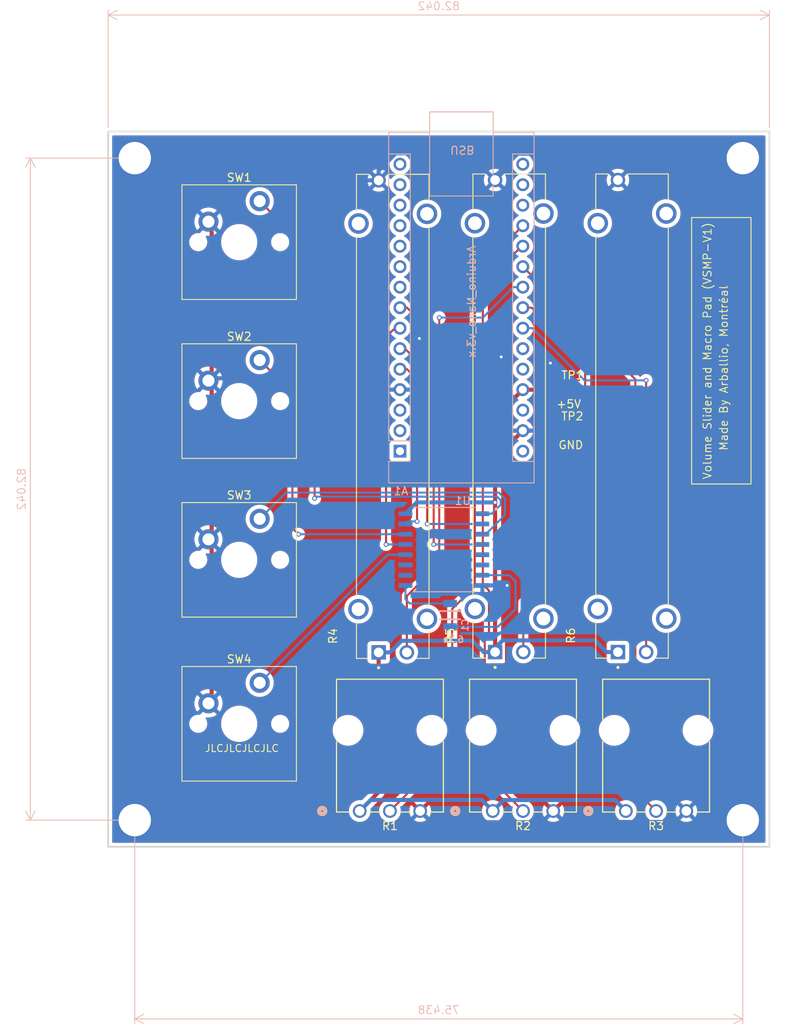
<source format=kicad_pcb>
(kicad_pcb (version 20241229) (generator "pcbnew") (generator_version "9.0")
  (layers (0 "F.Cu" signal) (2 "B.Cu" signal) (13 "F.Paste" user) (15 "B.Paste" user) (5 "F.SilkS" user "F.Silkscreen") (7 "B.SilkS" user "B.Silkscreen") (1 "F.Mask" user) (3 "B.Mask" user) (25 "Edge.Cuts" user))
  (net 0 "")
  (net 4 "Net-(A1-A0)")
  (net 6 "Net-(A1-A5)")
  (net 8 "GND")
  (net 11 "Net-(A1-D2)")
  (net 15 "Net-(A1-A3)")
  (net 17 "Net-(A1-D5)")
  (net 19 "+5V")
  (net 21 "Net-(A1-D3)")
  (net 22 "Net-(A1-D4)")
  (net 23 "Net-(A1-A4)")
  (net 25 "Net-(A1-A1)")
  (net 29 "Net-(A1-A2)")
  (net 30 "Net-(U1-AIN)")
  (net 31 "Net-(U1-BIN)")
  (net 32 "Net-(U1-CIN)")
  (net 33 "Net-(U1-DIN)")
  (net 38 "Net-(C1--)")
  (net 39 "Net-(C1-+)")
  (footprint "Switch_Keyboard_Cherry_MX:SW_Cherry_MX_PCB_1.00u" (layer "F.Cu") (at 91.44 76.85)
    (property "Reference" "SW2" (at 0 -8 0) (layer "F.SilkS"))
    (property "Value" "SW_Push")
    (fp_line (start -7.1 -7.1) (end -7.1 7.1) (stroke (width 0.12)) (layer "F.SilkS"))
    (fp_line (start -7.1 7.1) (end 7.1 7.1) (stroke (width 0.12)) (layer "F.SilkS"))
    (fp_line (start 7.1 -7.1) (end -7.1 -7.1) (stroke (width 0.12)) (layer "F.SilkS"))
    (fp_line (start 7.1 7.1) (end 7.1 -7.1) (stroke (width 0.12)) (layer "F.SilkS"))
    (pad "" np_thru_hole circle (at -5.08 0) (size 1.75 1.75) (drill 1.75) (layers "*.Cu" "*.Mask"))
    (pad "" np_thru_hole circle (at 0 0) (size 4 4) (drill 4) (layers "*.Cu" "*.Mask"))
    (pad "" np_thru_hole circle (at 5.08 0) (size 1.75 1.75) (drill 1.75) (layers "*.Cu" "*.Mask"))
    (pad "1" thru_hole circle (at -3.81 -2.54) (size 2.5 2.5) (drill 1.5) (layers "*.Cu" "*.Mask") (net 8 "GND"))
    (pad "2" thru_hole circle (at 2.54 -5.08) (size 2.5 2.5) (drill 1.5) (layers "*.Cu" "*.Mask") (net 31 "Net-(U1-BIN)"))
  )
  (footprint "4ms_TestPoint:TestPoint_Pad_06" (layer "F.Cu") (at 132.588 75.438)
    (property "Reference" "TP1" (at -1.27 -1.21 0) (layer "F.SilkS") (effects (justify left bottom)))
    (property "Value" "+5V" (at -0.254 1.778 0) (layer "F.SilkS"))
    (pad "1" smd rect (at 0 0) (size 1.524 1.27) (layers "F.Cu" "F.Mask" "F.Paste") (net 19 "+5V"))
  )
  (footprint "Switch_Keyboard_Cherry_MX:SW_Cherry_MX_PCB_1.00u" (layer "F.Cu") (at 91.44 57.15)
    (property "Reference" "SW1" (at 0 -8 0) (layer "F.SilkS"))
    (property "Value" "SW_Push")
    (fp_line (start -7.1 -7.1) (end -7.1 7.1) (stroke (width 0.12)) (layer "F.SilkS"))
    (fp_line (start -7.1 7.1) (end 7.1 7.1) (stroke (width 0.12)) (layer "F.SilkS"))
    (fp_line (start 7.1 -7.1) (end -7.1 -7.1) (stroke (width 0.12)) (layer "F.SilkS"))
    (fp_line (start 7.1 7.1) (end 7.1 -7.1) (stroke (width 0.12)) (layer "F.SilkS"))
    (pad "" np_thru_hole circle (at -5.08 0) (size 1.75 1.75) (drill 1.75) (layers "*.Cu" "*.Mask"))
    (pad "" np_thru_hole circle (at 0 0) (size 4 4) (drill 4) (layers "*.Cu" "*.Mask"))
    (pad "" np_thru_hole circle (at 5.08 0) (size 1.75 1.75) (drill 1.75) (layers "*.Cu" "*.Mask"))
    (pad "1" thru_hole circle (at -3.81 -2.54) (size 2.5 2.5) (drill 1.5) (layers "*.Cu" "*.Mask") (net 8 "GND"))
    (pad "2" thru_hole circle (at 2.54 -5.08) (size 2.5 2.5) (drill 1.5) (layers "*.Cu" "*.Mask") (net 30 "Net-(U1-AIN)"))
  )
  (footprint "PTA4543-2015DPB103:TRIM_PTA4543-2015DPB103" (layer "F.Cu") (at 140.18 78.7 90)
    (property "Reference" "R6" (at -27.218 -7.592 90) (layer "F.SilkS"))
    (property "Value" "PTA4543-2015DPB103")
    (fp_line (start 30 -4.5) (end 30 -2.97) (stroke (width 0.127)) (layer "F.SilkS"))
    (fp_line (start 25.495 -4.5) (end 30 -4.5) (stroke (width 0.127)) (layer "F.SilkS"))
    (fp_line (start -22.305 -4.5) (end 22.305 -4.5) (stroke (width 0.127)) (layer "F.SilkS"))
    (fp_line (start -30 -4.5) (end -25.495 -4.5) (stroke (width 0.127)) (layer "F.SilkS"))
    (fp_line (start -30 -4.5) (end -30 -2.97) (stroke (width 0.127)) (layer "F.SilkS"))
    (fp_line (start 30 4.5) (end 30 -0.53) (stroke (width 0.127)) (layer "F.SilkS"))
    (fp_line (start 26.695 4.5) (end 30 4.5) (stroke (width 0.127)) (layer "F.SilkS"))
    (fp_line (start -23.505 4.5) (end 23.505 4.5) (stroke (width 0.127)) (layer "F.SilkS"))
    (fp_line (start -30 4.5) (end -30 2.97) (stroke (width 0.127)) (layer "F.SilkS"))
    (fp_line (start -30 4.5) (end -26.695 4.5) (stroke (width 0.127)) (layer "F.SilkS"))
    (fp_circle (center -31.15 -1.75) (end -31.05 -1.75) (stroke (width 0.2)) (fill no) (layer "F.SilkS"))
    (pad "1" thru_hole rect (at -29.25 -1.75 90) (size 1.8 1.8) (drill 1.2) (layers "*.Cu" "*.Mask") (net 19 "+5V"))
    (pad "2" thru_hole circle (at -29.25 1.75 90) (size 1.8 1.8) (drill 1.2) (layers "*.Cu" "*.Mask") (net 6 "Net-(A1-A5)"))
    (pad "3" thru_hole circle (at 29.25 -1.75 90) (size 1.8 1.8) (drill 1.2) (layers "*.Cu" "*.Mask") (net 8 "GND"))
    (pad "S1" thru_hole circle (at -23.9 -4.25 90) (size 2.55 2.55) (drill 1.7) (layers "*.Cu" "*.Mask"))
    (pad "S2" thru_hole circle (at -25.1 4.25 90) (size 2.55 2.55) (drill 1.7) (layers "*.Cu" "*.Mask"))
    (pad "S3" thru_hole circle (at 23.9 -4.25 90) (size 2.55 2.55) (drill 1.7) (layers "*.Cu" "*.Mask"))
    (pad "S4" thru_hole circle (at 25.1 4.25 90) (size 2.55 2.55) (drill 1.7) (layers "*.Cu" "*.Mask"))
  )
  (footprint "4ms_TestPoint:TestPoint_Pad_06" (layer "F.Cu") (at 132.588 80.518)
    (property "Reference" "TP2" (at -1.27 -1.21 0) (layer "F.SilkS") (effects (justify left bottom)))
    (property "Value" "GND" (at 0 1.778 0) (layer "F.SilkS"))
    (pad "1" smd rect (at 0 0) (size 1.524 1.27) (layers "F.Cu" "F.Mask" "F.Paste") (net 8 "GND"))
  )
  (footprint "PTA4543-2015DPB103:TRIM_PTA4543-2015DPB103" (layer "F.Cu") (at 124.94 78.7 90)
    (property "Reference" "R5" (at -27.225 -7.338 90) (layer "F.SilkS"))
    (property "Value" "PTA4543-2015DPB103")
    (fp_line (start 30 -4.5) (end 30 -2.97) (stroke (width 0.127)) (layer "F.SilkS"))
    (fp_line (start 25.495 -4.5) (end 30 -4.5) (stroke (width 0.127)) (layer "F.SilkS"))
    (fp_line (start -22.305 -4.5) (end 22.305 -4.5) (stroke (width 0.127)) (layer "F.SilkS"))
    (fp_line (start -30 -4.5) (end -25.495 -4.5) (stroke (width 0.127)) (layer "F.SilkS"))
    (fp_line (start -30 -4.5) (end -30 -2.97) (stroke (width 0.127)) (layer "F.SilkS"))
    (fp_line (start 30 4.5) (end 30 -0.53) (stroke (width 0.127)) (layer "F.SilkS"))
    (fp_line (start 26.695 4.5) (end 30 4.5) (stroke (width 0.127)) (layer "F.SilkS"))
    (fp_line (start -23.505 4.5) (end 23.505 4.5) (stroke (width 0.127)) (layer "F.SilkS"))
    (fp_line (start -30 4.5) (end -30 2.97) (stroke (width 0.127)) (layer "F.SilkS"))
    (fp_line (start -30 4.5) (end -26.695 4.5) (stroke (width 0.127)) (layer "F.SilkS"))
    (fp_circle (center -31.15 -1.75) (end -31.05 -1.75) (stroke (width 0.2)) (fill no) (layer "F.SilkS"))
    (pad "1" thru_hole rect (at -29.25 -1.75 90) (size 1.8 1.8) (drill 1.2) (layers "*.Cu" "*.Mask") (net 19 "+5V"))
    (pad "2" thru_hole circle (at -29.25 1.75 90) (size 1.8 1.8) (drill 1.2) (layers "*.Cu" "*.Mask") (net 23 "Net-(A1-A4)"))
    (pad "3" thru_hole circle (at 29.25 -1.75 90) (size 1.8 1.8) (drill 1.2) (layers "*.Cu" "*.Mask") (net 8 "GND"))
    (pad "S1" thru_hole circle (at -23.9 -4.25 90) (size 2.55 2.55) (drill 1.7) (layers "*.Cu" "*.Mask"))
    (pad "S2" thru_hole circle (at -25.1 4.25 90) (size 2.55 2.55) (drill 1.7) (layers "*.Cu" "*.Mask"))
    (pad "S3" thru_hole circle (at 23.9 -4.25 90) (size 2.55 2.55) (drill 1.7) (layers "*.Cu" "*.Mask"))
    (pad "S4" thru_hole circle (at 25.1 4.25 90) (size 2.55 2.55) (drill 1.7) (layers "*.Cu" "*.Mask"))
  )
  (footprint "POT_P120PK-x25_TTE:POT_P120PK-x25_TTE" (layer "F.Cu") (at 122.9043 127.6477)
    (property "Reference" "R2" (at 3.75 1.8523 0) (layer "F.SilkS"))
    (property "Value" "P120PK-Y25BR10K")
    (fp_line (start -2.8794 -16.3322) (end -2.8794 -11.393768) (stroke (width 0.1524)) (layer "F.SilkS"))
    (fp_line (start -2.8794 -8.606233) (end -2.8794 0.127) (stroke (width 0.1524)) (layer "F.SilkS"))
    (fp_line (start -2.8794 0.127) (end -1.176807 0.127) (stroke (width 0.1524)) (layer "F.SilkS"))
    (fp_line (start 1.176807 0.127) (end 2.573193 0.127) (stroke (width 0.1524)) (layer "F.SilkS"))
    (fp_line (start 4.926807 0.127) (end 6.323193 0.127) (stroke (width 0.1524)) (layer "F.SilkS"))
    (fp_line (start 8.676807 0.127) (end 10.3794 0.127) (stroke (width 0.1524)) (layer "F.SilkS"))
    (fp_line (start 10.3794 -16.3322) (end -2.8794 -16.3322) (stroke (width 0.1524)) (layer "F.SilkS"))
    (fp_line (start 10.3794 -11.393768) (end 10.3794 -16.3322) (stroke (width 0.1524)) (layer "F.SilkS"))
    (fp_line (start 10.3794 0.127) (end 10.3794 -8.606233) (stroke (width 0.1524)) (layer "F.SilkS"))
    (fp_circle (center -4.6574 0) (end -4.2764 0) (stroke (width 0.508)) (fill no) (layer "F.SilkS"))
    (fp_circle (center -4.6574 0) (end -4.2764 0) (stroke (width 0.508)) (fill no) (layer "B.SilkS"))
    (pad "" np_thru_hole circle (at -1.45 -10) (size 3.3274 3.3274) (drill 3.3274) (layers "*.Cu" "*.Mask"))
    (pad "" np_thru_hole circle (at 8.95 -10) (size 3.3274 3.3274) (drill 3.3274) (layers "*.Cu" "*.Mask"))
    (pad "1" thru_hole circle (at 0 0) (size 1.7018 1.7018) (drill 1.1938) (layers "*.Cu" "*.Mask") (net 19 "+5V"))
    (pad "2" thru_hole circle (at 3.75 0) (size 1.7018 1.7018) (drill 1.1938) (layers "*.Cu" "*.Mask") (net 25 "Net-(A1-A1)"))
    (pad "3" thru_hole circle (at 7.5 0) (size 1.7018 1.7018) (drill 1.1938) (layers "*.Cu" "*.Mask") (net 8 "GND"))
  )
  (footprint "POT_P120PK-x25_TTE:POT_P120PK-x25_TTE" (layer "F.Cu") (at 106.3943 127.6477)
    (property "Reference" "R1" (at 3.75 1.8523 0) (layer "F.SilkS"))
    (property "Value" "P120PK-Y25BR10K")
    (fp_line (start -2.8794 -16.3322) (end -2.8794 -11.393768) (stroke (width 0.1524)) (layer "F.SilkS"))
    (fp_line (start -2.8794 -8.606233) (end -2.8794 0.127) (stroke (width 0.1524)) (layer "F.SilkS"))
    (fp_line (start -2.8794 0.127) (end -1.176807 0.127) (stroke (width 0.1524)) (layer "F.SilkS"))
    (fp_line (start 1.176807 0.127) (end 2.573193 0.127) (stroke (width 0.1524)) (layer "F.SilkS"))
    (fp_line (start 4.926807 0.127) (end 6.323193 0.127) (stroke (width 0.1524)) (layer "F.SilkS"))
    (fp_line (start 8.676807 0.127) (end 10.3794 0.127) (stroke (width 0.1524)) (layer "F.SilkS"))
    (fp_line (start 10.3794 -16.3322) (end -2.8794 -16.3322) (stroke (width 0.1524)) (layer "F.SilkS"))
    (fp_line (start 10.3794 -11.393768) (end 10.3794 -16.3322) (stroke (width 0.1524)) (layer "F.SilkS"))
    (fp_line (start 10.3794 0.127) (end 10.3794 -8.606233) (stroke (width 0.1524)) (layer "F.SilkS"))
    (fp_circle (center -4.6574 0) (end -4.2764 0) (stroke (width 0.508)) (fill no) (layer "F.SilkS"))
    (fp_circle (center -4.6574 0) (end -4.2764 0) (stroke (width 0.508)) (fill no) (layer "B.SilkS"))
    (pad "" np_thru_hole circle (at -1.45 -10) (size 3.3274 3.3274) (drill 3.3274) (layers "*.Cu" "*.Mask"))
    (pad "" np_thru_hole circle (at 8.95 -10) (size 3.3274 3.3274) (drill 3.3274) (layers "*.Cu" "*.Mask"))
    (pad "1" thru_hole circle (at 0 0) (size 1.7018 1.7018) (drill 1.1938) (layers "*.Cu" "*.Mask") (net 19 "+5V"))
    (pad "2" thru_hole circle (at 3.75 0) (size 1.7018 1.7018) (drill 1.1938) (layers "*.Cu" "*.Mask") (net 4 "Net-(A1-A0)"))
    (pad "3" thru_hole circle (at 7.5 0) (size 1.7018 1.7018) (drill 1.1938) (layers "*.Cu" "*.Mask") (net 8 "GND"))
  )
  (footprint "POT_P120PK-x25_TTE:POT_P120PK-x25_TTE" (layer "F.Cu") (at 139.4143 127.6477)
    (property "Reference" "R3" (at 3.75 1.8523 0) (layer "F.SilkS"))
    (property "Value" "P120PK-Y25BR10K")
    (fp_line (start -2.8794 -16.3322) (end -2.8794 -11.393768) (stroke (width 0.1524)) (layer "F.SilkS"))
    (fp_line (start -2.8794 -8.606233) (end -2.8794 0.127) (stroke (width 0.1524)) (layer "F.SilkS"))
    (fp_line (start -2.8794 0.127) (end -1.176807 0.127) (stroke (width 0.1524)) (layer "F.SilkS"))
    (fp_line (start 1.176807 0.127) (end 2.573193 0.127) (stroke (width 0.1524)) (layer "F.SilkS"))
    (fp_line (start 4.926807 0.127) (end 6.323193 0.127) (stroke (width 0.1524)) (layer "F.SilkS"))
    (fp_line (start 8.676807 0.127) (end 10.3794 0.127) (stroke (width 0.1524)) (layer "F.SilkS"))
    (fp_line (start 10.3794 -16.3322) (end -2.8794 -16.3322) (stroke (width 0.1524)) (layer "F.SilkS"))
    (fp_line (start 10.3794 -11.393768) (end 10.3794 -16.3322) (stroke (width 0.1524)) (layer "F.SilkS"))
    (fp_line (start 10.3794 0.127) (end 10.3794 -8.606233) (stroke (width 0.1524)) (layer "F.SilkS"))
    (fp_circle (center -4.6574 0) (end -4.2764 0) (stroke (width 0.508)) (fill no) (layer "F.SilkS"))
    (fp_circle (center -4.6574 0) (end -4.2764 0) (stroke (width 0.508)) (fill no) (layer "B.SilkS"))
    (pad "" np_thru_hole circle (at -1.45 -10) (size 3.3274 3.3274) (drill 3.3274) (layers "*.Cu" "*.Mask"))
    (pad "" np_thru_hole circle (at 8.95 -10) (size 3.3274 3.3274) (drill 3.3274) (layers "*.Cu" "*.Mask"))
    (pad "1" thru_hole circle (at 0 0) (size 1.7018 1.7018) (drill 1.1938) (layers "*.Cu" "*.Mask") (net 19 "+5V"))
    (pad "2" thru_hole circle (at 3.75 0) (size 1.7018 1.7018) (drill 1.1938) (layers "*.Cu" "*.Mask") (net 29 "Net-(A1-A2)"))
    (pad "3" thru_hole circle (at 7.5 0) (size 1.7018 1.7018) (drill 1.1938) (layers "*.Cu" "*.Mask") (net 8 "GND"))
  )
  (footprint "Switch_Keyboard_Cherry_MX:SW_Cherry_MX_PCB_1.00u" (layer "F.Cu") (at 91.44 116.84)
    (property "Reference" "SW4" (at 0 -8 0) (layer "F.SilkS"))
    (property "Value" "SW_Push")
    (fp_line (start -7.1 -7.1) (end -7.1 7.1) (stroke (width 0.12)) (layer "F.SilkS"))
    (fp_line (start -7.1 7.1) (end 7.1 7.1) (stroke (width 0.12)) (layer "F.SilkS"))
    (fp_line (start 7.1 -7.1) (end -7.1 -7.1) (stroke (width 0.12)) (layer "F.SilkS"))
    (fp_line (start 7.1 7.1) (end 7.1 -7.1) (stroke (width 0.12)) (layer "F.SilkS"))
    (pad "" np_thru_hole circle (at -5.08 0) (size 1.75 1.75) (drill 1.75) (layers "*.Cu" "*.Mask"))
    (pad "" np_thru_hole circle (at 0 0) (size 4 4) (drill 4) (layers "*.Cu" "*.Mask"))
    (pad "" np_thru_hole circle (at 5.08 0) (size 1.75 1.75) (drill 1.75) (layers "*.Cu" "*.Mask"))
    (pad "1" thru_hole circle (at -3.81 -2.54) (size 2.5 2.5) (drill 1.5) (layers "*.Cu" "*.Mask") (net 8 "GND"))
    (pad "2" thru_hole circle (at 2.54 -5.08) (size 2.5 2.5) (drill 1.5) (layers "*.Cu" "*.Mask") (net 33 "Net-(U1-DIN)"))
  )
  (footprint "Switch_Keyboard_Cherry_MX:SW_Cherry_MX_PCB_1.00u" (layer "F.Cu") (at 91.44 96.52)
    (property "Reference" "SW3" (at 0 -8 0) (layer "F.SilkS"))
    (property "Value" "SW_Push")
    (fp_line (start -7.1 -7.1) (end -7.1 7.1) (stroke (width 0.12)) (layer "F.SilkS"))
    (fp_line (start -7.1 7.1) (end 7.1 7.1) (stroke (width 0.12)) (layer "F.SilkS"))
    (fp_line (start 7.1 -7.1) (end -7.1 -7.1) (stroke (width 0.12)) (layer "F.SilkS"))
    (fp_line (start 7.1 7.1) (end 7.1 -7.1) (stroke (width 0.12)) (layer "F.SilkS"))
    (pad "" np_thru_hole circle (at -5.08 0) (size 1.75 1.75) (drill 1.75) (layers "*.Cu" "*.Mask"))
    (pad "" np_thru_hole circle (at 0 0) (size 4 4) (drill 4) (layers "*.Cu" "*.Mask"))
    (pad "" np_thru_hole circle (at 5.08 0) (size 1.75 1.75) (drill 1.75) (layers "*.Cu" "*.Mask"))
    (pad "1" thru_hole circle (at -3.81 -2.54) (size 2.5 2.5) (drill 1.5) (layers "*.Cu" "*.Mask") (net 8 "GND"))
    (pad "2" thru_hole circle (at 2.54 -5.08) (size 2.5 2.5) (drill 1.5) (layers "*.Cu" "*.Mask") (net 32 "Net-(U1-CIN)"))
  )
  (footprint "PTA4543-2015DPB103:TRIM_PTA4543-2015DPB103" (layer "F.Cu") (at 110.49 78.74 90)
    (property "Reference" "R4" (at -27.225 -7.41 90) (layer "F.SilkS"))
    (property "Value" "PTA4543-2015DPB103")
    (fp_line (start 30 -4.5) (end 30 -2.97) (stroke (width 0.127)) (layer "F.SilkS"))
    (fp_line (start 25.495 -4.5) (end 30 -4.5) (stroke (width 0.127)) (layer "F.SilkS"))
    (fp_line (start -22.305 -4.5) (end 22.305 -4.5) (stroke (width 0.127)) (layer "F.SilkS"))
    (fp_line (start -30 -4.5) (end -25.495 -4.5) (stroke (width 0.127)) (layer "F.SilkS"))
    (fp_line (start -30 -4.5) (end -30 -2.97) (stroke (width 0.127)) (layer "F.SilkS"))
    (fp_line (start 30 4.5) (end 30 -0.53) (stroke (width 0.127)) (layer "F.SilkS"))
    (fp_line (start 26.695 4.5) (end 30 4.5) (stroke (width 0.127)) (layer "F.SilkS"))
    (fp_line (start -23.505 4.5) (end 23.505 4.5) (stroke (width 0.127)) (layer "F.SilkS"))
    (fp_line (start -30 4.5) (end -30 2.97) (stroke (width 0.127)) (layer "F.SilkS"))
    (fp_line (start -30 4.5) (end -26.695 4.5) (stroke (width 0.127)) (layer "F.SilkS"))
    (fp_circle (center -31.15 -1.75) (end -31.05 -1.75) (stroke (width 0.2)) (fill no) (layer "F.SilkS"))
    (pad "1" thru_hole rect (at -29.25 -1.75 90) (size 1.8 1.8) (drill 1.2) (layers "*.Cu" "*.Mask") (net 19 "+5V"))
    (pad "2" thru_hole circle (at -29.25 1.75 90) (size 1.8 1.8) (drill 1.2) (layers "*.Cu" "*.Mask") (net 15 "Net-(A1-A3)"))
    (pad "3" thru_hole circle (at 29.25 -1.75 90) (size 1.8 1.8) (drill 1.2) (layers "*.Cu" "*.Mask") (net 8 "GND"))
    (pad "S1" thru_hole circle (at -23.9 -4.25 90) (size 2.55 2.55) (drill 1.7) (layers "*.Cu" "*.Mask"))
    (pad "S2" thru_hole circle (at -25.1 4.25 90) (size 2.55 2.55) (drill 1.7) (layers "*.Cu" "*.Mask"))
    (pad "S3" thru_hole circle (at 23.9 -4.25 90) (size 2.55 2.55) (drill 1.7) (layers "*.Cu" "*.Mask"))
    (pad "S4" thru_hole circle (at 25.1 4.25 90) (size 2.55 2.55) (drill 1.7) (layers "*.Cu" "*.Mask"))
  )
  (footprint "Module:Arduino_Nano" (layer "B.Cu") (at 111.39 83.05)
    (property "Reference" "A1" (at 0.11 4.95 0) (layer "B.SilkS") (effects (justify mirror)))
    (property "Value" "Arduino_Nano_v3.x" (at 8.89 -18.534 90) (layer "B.SilkS") (effects (justify mirror)))
    (fp_line (start -1.4 -39.5) (end 3.68 -39.5) (stroke (width 0.12)) (layer "B.SilkS"))
    (fp_line (start -1.4 -1.27) (end -1.4 -39.5) (stroke (width 0.12)) (layer "B.SilkS"))
    (fp_line (start -1.4 3.94) (end -1.4 1.27) (stroke (width 0.12)) (layer "B.SilkS"))
    (fp_line (start 1.27 -36.83) (end -1.4 -36.83) (stroke (width 0.12)) (layer "B.SilkS"))
    (fp_line (start 1.27 -1.27) (end -1.4 -1.27) (stroke (width 0.12)) (layer "B.SilkS"))
    (fp_line (start 1.27 -1.27) (end 1.27 -36.83) (stroke (width 0.12)) (layer "B.SilkS"))
    (fp_line (start 1.27 -1.27) (end 1.27 1.27) (stroke (width 0.12)) (layer "B.SilkS"))
    (fp_line (start 1.27 1.27) (end -1.4 1.27) (stroke (width 0.12)) (layer "B.SilkS"))
    (fp_line (start 3.68 -42.04) (end 3.68 -31.62) (stroke (width 0.12)) (layer "B.SilkS"))
    (fp_line (start 3.68 -31.62) (end 11.56 -31.62) (stroke (width 0.12)) (layer "B.SilkS"))
    (fp_line (start 11.56 -42.04) (end 3.68 -42.04) (stroke (width 0.12)) (layer "B.SilkS"))
    (fp_line (start 11.56 -31.62) (end 11.56 -42.04) (stroke (width 0.12)) (layer "B.SilkS"))
    (fp_line (start 13.97 -36.83) (end 16.64 -36.83) (stroke (width 0.12)) (layer "B.SilkS"))
    (fp_line (start 13.97 1.27) (end 13.97 -36.83) (stroke (width 0.12)) (layer "B.SilkS"))
    (fp_line (start 13.97 1.27) (end 16.64 1.27) (stroke (width 0.12)) (layer "B.SilkS"))
    (fp_line (start 16.64 -39.5) (end 11.56 -39.5) (stroke (width 0.12)) (layer "B.SilkS"))
    (fp_line (start 16.64 -39.5) (end 16.64 3.94) (stroke (width 0.12)) (layer "B.SilkS"))
    (fp_line (start 16.64 3.94) (end -1.4 3.94) (stroke (width 0.12)) (layer "B.SilkS"))
    (fp_text user "USB" (at 7.736 -37.33 180) (layer "B.SilkS") (effects (justify mirror)))
    (pad "1" thru_hole rect (at 0 0) (size 1.6 1.6) (drill 1) (layers "*.Cu" "*.Mask"))
    (pad "2" thru_hole oval (at 0 -2.54) (size 1.6 1.6) (drill 1) (layers "*.Cu" "*.Mask"))
    (pad "3" thru_hole oval (at 0 -5.08) (size 1.6 1.6) (drill 1) (layers "*.Cu" "*.Mask"))
    (pad "4" thru_hole oval (at 0 -7.62) (size 1.6 1.6) (drill 1) (layers "*.Cu" "*.Mask") (net 8 "GND"))
    (pad "5" thru_hole oval (at 0 -10.16) (size 1.6 1.6) (drill 1) (layers "*.Cu" "*.Mask") (net 11 "Net-(A1-D2)"))
    (pad "6" thru_hole oval (at 0 -12.7) (size 1.6 1.6) (drill 1) (layers "*.Cu" "*.Mask") (net 21 "Net-(A1-D3)"))
    (pad "7" thru_hole oval (at 0 -15.24) (size 1.6 1.6) (drill 1) (layers "*.Cu" "*.Mask") (net 22 "Net-(A1-D4)"))
    (pad "8" thru_hole oval (at 0 -17.78) (size 1.6 1.6) (drill 1) (layers "*.Cu" "*.Mask") (net 17 "Net-(A1-D5)"))
    (pad "9" thru_hole oval (at 0 -20.32) (size 1.6 1.6) (drill 1) (layers "*.Cu" "*.Mask"))
    (pad "10" thru_hole oval (at 0 -22.86) (size 1.6 1.6) (drill 1) (layers "*.Cu" "*.Mask"))
    (pad "11" thru_hole oval (at 0 -25.4) (size 1.6 1.6) (drill 1) (layers "*.Cu" "*.Mask"))
    (pad "12" thru_hole oval (at 0 -27.94) (size 1.6 1.6) (drill 1) (layers "*.Cu" "*.Mask"))
    (pad "13" thru_hole oval (at 0 -30.48) (size 1.6 1.6) (drill 1) (layers "*.Cu" "*.Mask"))
    (pad "14" thru_hole oval (at 0 -33.02) (size 1.6 1.6) (drill 1) (layers "*.Cu" "*.Mask"))
    (pad "15" thru_hole oval (at 0 -35.56) (size 1.6 1.6) (drill 1) (layers "*.Cu" "*.Mask"))
    (pad "16" thru_hole oval (at 15.24 -35.56) (size 1.6 1.6) (drill 1) (layers "*.Cu" "*.Mask"))
    (pad "17" thru_hole oval (at 15.24 -33.02) (size 1.6 1.6) (drill 1) (layers "*.Cu" "*.Mask"))
    (pad "18" thru_hole oval (at 15.24 -30.48) (size 1.6 1.6) (drill 1) (layers "*.Cu" "*.Mask"))
    (pad "19" thru_hole oval (at 15.24 -27.94) (size 1.6 1.6) (drill 1) (layers "*.Cu" "*.Mask") (net 4 "Net-(A1-A0)"))
    (pad "20" thru_hole oval (at 15.24 -25.4) (size 1.6 1.6) (drill 1) (layers "*.Cu" "*.Mask") (net 25 "Net-(A1-A1)"))
    (pad "21" thru_hole oval (at 15.24 -22.86) (size 1.6 1.6) (drill 1) (layers "*.Cu" "*.Mask") (net 29 "Net-(A1-A2)"))
    (pad "22" thru_hole oval (at 15.24 -20.32) (size 1.6 1.6) (drill 1) (layers "*.Cu" "*.Mask") (net 15 "Net-(A1-A3)"))
    (pad "23" thru_hole oval (at 15.24 -17.78) (size 1.6 1.6) (drill 1) (layers "*.Cu" "*.Mask") (net 23 "Net-(A1-A4)"))
    (pad "24" thru_hole oval (at 15.24 -15.24) (size 1.6 1.6) (drill 1) (layers "*.Cu" "*.Mask") (net 6 "Net-(A1-A5)"))
    (pad "25" thru_hole oval (at 15.24 -12.7) (size 1.6 1.6) (drill 1) (layers "*.Cu" "*.Mask"))
    (pad "26" thru_hole oval (at 15.24 -10.16) (size 1.6 1.6) (drill 1) (layers "*.Cu" "*.Mask"))
    (pad "27" thru_hole oval (at 15.24 -7.62) (size 1.6 1.6) (drill 1) (layers "*.Cu" "*.Mask") (net 19 "+5V"))
    (pad "28" thru_hole oval (at 15.24 -5.08) (size 1.6 1.6) (drill 1) (layers "*.Cu" "*.Mask"))
    (pad "29" thru_hole oval (at 15.24 -2.54) (size 1.6 1.6) (drill 1) (layers "*.Cu" "*.Mask") (net 8 "GND"))
    (pad "30" thru_hole oval (at 15.24 0) (size 1.6 1.6) (drill 1) (layers "*.Cu" "*.Mask"))
  )
  (footprint "MC14490DWG:SOIC127P1030X265-16N" (layer "B.Cu") (at 116.84 95.25 180)
    (property "Reference" "U1" (at -2.345 6.037 0) (layer "B.SilkS") (effects (justify mirror)))
    (property "Value" "MC14490DWG")
    (fp_line (start -3.8 5.225) (end 3.8 5.225) (stroke (width 0.127)) (layer "B.SilkS"))
    (fp_line (start -3.8 -5.225) (end 3.8 -5.225) (stroke (width 0.127)) (layer "B.SilkS"))
    (fp_circle (center -6.49 5.035) (end -6.39 5.035) (stroke (width 0.2)) (fill no) (layer "B.SilkS"))
    (pad "1" smd roundrect (at -4.77 4.445 180) (size 1.72 0.59) (layers "B.Cu" "B.Mask" "B.Paste") (roundrect_rratio 0.125) (net 30 "Net-(U1-AIN)"))
    (pad "2" smd roundrect (at -4.77 3.175 180) (size 1.72 0.59) (layers "B.Cu" "B.Mask" "B.Paste") (roundrect_rratio 0.125) (net 21 "Net-(A1-D3)"))
    (pad "3" smd roundrect (at -4.77 1.905 180) (size 1.72 0.59) (layers "B.Cu" "B.Mask" "B.Paste") (roundrect_rratio 0.125) (net 32 "Net-(U1-CIN)"))
    (pad "4" smd roundrect (at -4.77 0.635 180) (size 1.72 0.59) (layers "B.Cu" "B.Mask" "B.Paste") (roundrect_rratio 0.125) (net 17 "Net-(A1-D5)"))
    (pad "5" smd roundrect (at -4.77 -0.635 180) (size 1.72 0.59) (layers "B.Cu" "B.Mask" "B.Paste") (roundrect_rratio 0.125))
    (pad "6" smd roundrect (at -4.77 -1.905 180) (size 1.72 0.59) (layers "B.Cu" "B.Mask" "B.Paste") (roundrect_rratio 0.125))
    (pad "7" smd roundrect (at -4.77 -3.175 180) (size 1.72 0.59) (layers "B.Cu" "B.Mask" "B.Paste") (roundrect_rratio 0.125) (net 39 "Net-(C1-+)"))
    (pad "8" smd roundrect (at -4.77 -4.445 180) (size 1.72 0.59) (layers "B.Cu" "B.Mask" "B.Paste") (roundrect_rratio 0.125) (net 8 "GND"))
    (pad "9" smd roundrect (at 4.77 -4.445 180) (size 1.72 0.59) (layers "B.Cu" "B.Mask" "B.Paste") (roundrect_rratio 0.125) (net 38 "Net-(C1--)"))
    (pad "10" smd roundrect (at 4.77 -3.175 180) (size 1.72 0.59) (layers "B.Cu" "B.Mask" "B.Paste") (roundrect_rratio 0.125))
    (pad "11" smd roundrect (at 4.77 -1.905 180) (size 1.72 0.59) (layers "B.Cu" "B.Mask" "B.Paste") (roundrect_rratio 0.125))
    (pad "12" smd roundrect (at 4.77 -0.635 180) (size 1.72 0.59) (layers "B.Cu" "B.Mask" "B.Paste") (roundrect_rratio 0.125) (net 33 "Net-(U1-DIN)"))
    (pad "13" smd roundrect (at 4.77 0.635 180) (size 1.72 0.59) (layers "B.Cu" "B.Mask" "B.Paste") (roundrect_rratio 0.125) (net 22 "Net-(A1-D4)"))
    (pad "14" smd roundrect (at 4.77 1.905 180) (size 1.72 0.59) (layers "B.Cu" "B.Mask" "B.Paste") (roundrect_rratio 0.125) (net 31 "Net-(U1-BIN)"))
    (pad "15" smd roundrect (at 4.77 3.175 180) (size 1.72 0.59) (layers "B.Cu" "B.Mask" "B.Paste") (roundrect_rratio 0.125) (net 11 "Net-(A1-D2)"))
    (pad "16" smd roundrect (at 4.77 4.445 180) (size 1.72 0.59) (layers "B.Cu" "B.Mask" "B.Paste") (roundrect_rratio 0.125) (net 19 "+5V"))
  )
  (footprint "4ms_Capacitor:C_1206" (layer "B.Cu") (at 117.602 103.378 90)
    (property "Reference" "C1" (at -2.13 1.4 90) (layer "B.SilkS") (effects (font (size 0.8001 0.8001)) (justify right top mirror)))
    (property "Value" "6.7n" (at -2.54 -1.016 180) (layer "B.SilkS") (effects (font (size 0.8001 0.8001)) (justify right top mirror)))
    (fp_line (start 0.508 1.27) (end 0.508 -1.27) (stroke (width 0.2032)) (layer "B.SilkS"))
    (fp_line (start -0.508 1.27) (end -0.508 -1.27) (stroke (width 0.2032)) (layer "B.SilkS"))
    (pad "1" smd rect (at -1.45 0 90) (size 0.9 1.7) (layers "B.Cu" "B.Mask" "B.Paste") (net 39 "Net-(C1-+)"))
    (pad "2" smd rect (at 1.45 0 90) (size 0.9 1.7) (layers "B.Cu" "B.Mask" "B.Paste") (net 38 "Net-(C1--)"))
  )
  (gr_rect (start 147.574 54.102) (end 154.94 87.122) (stroke (width 0.127)) (fill no) (layer "F.SilkS"))
  (gr_line (start 157.226 132.08) (end 75.184 132.08) (stroke (width 0.2)) (layer "Edge.Cuts"))
  (gr_line (start 75.184 43.434) (end 157.226 43.434) (stroke (width 0.2)) (layer "Edge.Cuts"))
  (gr_line (start 75.184 132.08) (end 75.184 43.434) (stroke (width 0.2)) (layer "Edge.Cuts"))
  (gr_line (start 157.226 43.434) (end 157.226 132.08) (stroke (width 0.2)) (layer "Edge.Cuts"))
  (gr_text "Made By Arballio, Montréal" (at 152.146 83.058 90) (layer "F.SilkS") (effects (font (size 1 1) (thickness 0.125)) (justify left bottom)))
  (gr_text "Volume Slider and Macro Pad (VSMP-V1)" (at 150.114 86.614 90) (layer "F.SilkS") (effects (font (size 1 1) (thickness 0.127)) (justify left bottom)))
  (gr_text "JLCJLCJLCJLC" (at 87.122 120.396 0) (layer "F.SilkS") (effects (font (size 0.889 0.889) (thickness 0.127)) (justify left bottom)))
  (dimension (type orthogonal) (layer "B.SilkS") (pts (xy 75.184 43.434) (xy 157.226 43.434)) (height -14.434) (orientation 0) (format (prefix "") (suffix "") (units 3) (units_format 0) (precision 4) (suppress_zeroes yes)) (style (thickness 0.1) (arrow_length 1.27) (text_position_mode 0) (arrow_direction outward) (extension_height 0.58642) (extension_offset 0.5) (keep_text_aligned yes)) (gr_text "3230" (at 116.205 27.9 0) (layer "B.SilkS") (effects (font (size 1 1) (thickness 0.1)) (justify mirror))))
  (dimension (type orthogonal) (layer "B.SilkS") (pts (xy 153.924 128.778) (xy 78.486 128.778)) (height 24.638) (orientation 0) (format (prefix "") (suffix "") (units 3) (units_format 0) (precision 4) (suppress_zeroes yes)) (style (thickness 0.1) (arrow_length 1.27) (text_position_mode 0) (arrow_direction outward) (extension_height 0.58642) (extension_offset 0.5) (keep_text_aligned yes)) (gr_text "2970" (at 116.205 152.316 0) (layer "B.SilkS") (effects (font (size 1 1) (thickness 0.1)) (justify mirror))))
  (dimension (type orthogonal) (layer "B.SilkS") (pts (xy 78.486 46.736) (xy 78.486 128.778)) (height -12.954) (orientation 1) (format (prefix "") (suffix "") (units 3) (units_format 0) (precision 4) (suppress_zeroes yes)) (style (thickness 0.1) (arrow_length 1.27) (text_position_mode 0) (arrow_direction outward) (extension_height 0.58642) (extension_offset 0.5) (keep_text_aligned yes)) (gr_text "3230" (at 64.432 87.757 90) (layer "B.SilkS") (effects (font (size 1 1) (thickness 0.1)) (justify mirror))))
  (segment (start 120.6721 99.7999) (end 117.8727 102.5993) (width 0.254) (layer "F.Cu") (net 4))
  (segment (start 117.8727 102.5993) (end 117.8727 119.9193) (width 0.254) (layer "F.Cu") (net 4))
  (segment (start 126.63 55.11) (end 120.6721 61.0679) (width 0.254) (layer "F.Cu") (net 4))
  (segment (start 117.8727 119.9193) (end 110.1443 127.6477) (width 0.254) (layer "F.Cu") (net 4))
  (segment (start 120.6721 61.0679) (end 120.6721 99.7999) (width 0.254) (layer "F.Cu") (net 4))
  (segment (start 141.93 107.95) (end 141.93 74.2776) (width 0.254) (layer "F.Cu") (net 6))
  (via (at 141.93 74.2776) (size 0.6) (drill 0.35) (layers "F.Cu" "B.Cu") (net 6))
  (segment (start 134.2803 74.2776) (end 127.8127 67.81) (width 0.254) (layer "B.Cu") (net 6))
  (segment (start 141.93 74.2776) (end 134.2803 74.2776) (width 0.254) (layer "B.Cu") (net 6))
  (segment (start 127.8127 67.81) (end 126.63 67.81) (width 0.254) (layer "B.Cu") (net 6))
  (segment (start 87.63 74.31) (end 88.0192 73.9208) (width 0.508) (layer "F.Cu") (net 8))
  (segment (start 88.0192 92.3132) (end 88.0192 74.6992) (width 0.508) (layer "F.Cu") (net 8))
  (segment (start 88.0192 74.6992) (end 87.63 74.31) (width 0.508) (layer "F.Cu") (net 8))
  (segment (start 87.63 93.98) (end 88.0192 93.5908) (width 0.508) (layer "F.Cu") (net 8))
  (segment (start 88.0192 113.9108) (end 87.63 114.3) (width 0.508) (layer "F.Cu") (net 8))
  (segment (start 126.63 80.51) (end 132.58 80.51) (width 0.508) (layer "F.Cu") (net 8))
  (segment (start 126.63 80.51) (end 124.6772 82.4628) (width 0.508) (layer "F.Cu") (net 8))
  (segment (start 88.0192 92.3132) (end 88.0192 113.9108) (width 0.508) (layer "F.Cu") (net 8))
  (segment (start 124.6772 121.9206) (end 124.6772 99.695) (width 0.508) (layer "F.Cu") (net 8))
  (segment (start 88.0192 93.5908) (end 88.0192 92.3132) (width 0.508) (layer "F.Cu") (net 8))
  (segment (start 130.4043 127.6477) (end 124.6772 121.9206) (width 0.508) (layer "F.Cu") (net 8))
  (segment (start 88.0192 54.9992) (end 87.63 54.61) (width 0.508) (layer "F.Cu") (net 8))
  (segment (start 132.58 80.51) (end 132.588 80.518) (width 0.508) (layer "F.Cu") (net 8))
  (segment (start 124.6772 82.4628) (end 124.6772 99.695) (width 0.508) (layer "F.Cu") (net 8))
  (segment (start 88.0192 73.9208) (end 88.0192 54.9992) (width 0.508) (layer "F.Cu") (net 8))
  (via (at 153.924 128.778) (size 4.572) (drill 4.0132) (layers "F.Cu" "B.Cu") (net 8))
  (via (at 153.924 46.736) (size 4.572) (drill 4.0132) (layers "F.Cu" "B.Cu") (net 8))
  (via (at 78.486 46.736) (size 4.572) (drill 4.0132) (layers "F.Cu" "B.Cu") (net 8))
  (via (at 130.048 72.136) (size 0.6) (drill 0.35) (layers "F.Cu" "B.Cu") (net 8))
  (via (at 123.952 71.374) (size 0.6) (drill 0.35) (layers "F.Cu" "B.Cu") (net 8))
  (via (at 124.6772 99.695) (size 0.6) (drill 0.35) (layers "F.Cu" "B.Cu") (net 8))
  (via (at 113.792 69.088) (size 0.6) (drill 0.35) (layers "F.Cu" "B.Cu") (net 8))
  (via (at 78.486 128.778) (size 4.572) (drill 4.0132) (layers "F.Cu" "B.Cu") (net 8))
  (segment (start 138.43 49.45) (end 135.1603 46.1803) (width 0.508) (layer "B.Cu") (net 8))
  (segment (start 113.8943 127.6477) (end 115.2897 129.0431) (width 0.508) (layer "B.Cu") (net 8))
  (segment (start 145.5537 129.0083) (end 131.7649 129.0083) (width 0.508) (layer "B.Cu") (net 8))
  (segment (start 135.1603 46.1803) (end 126.0086 46.1803) (width 0.508) (layer "B.Cu") (net 8))
  (segment (start 131.7649 129.0083) (end 130.4043 127.6477) (width 0.508) (layer "B.Cu") (net 8))
  (segment (start 87.9226 74.0174) (end 87.63 74.31) (width 0.508) (layer "B.Cu") (net 8))
  (segment (start 110.8916 46.1344) (end 119.8744 46.1344) (width 0.508) (layer "B.Cu") (net 8))
  (segment (start 126.63 80.51) (end 125.3203 80.51) (width 0.508) (layer "B.Cu") (net 8))
  (segment (start 126.0086 46.1803) (end 122.9645 49.2244) (width 0.508) (layer "B.Cu") (net 8))
  (segment (start 108.74 49.49) (end 92.75 49.49) (width 0.508) (layer "B.Cu") (net 8))
  (segment (start 125.3203 80.51) (end 120.2403 75.43) (width 0.508) (layer "B.Cu") (net 8))
  (segment (start 115.2897 129.0431) (end 129.0089 129.0431) (width 0.508) (layer "B.Cu") (net 8))
  (segment (start 111.39 75.43) (end 110.0803 75.43) (width 0.508) (layer "B.Cu") (net 8))
  (segment (start 146.9143 127.6477) (end 145.5537 129.0083) (width 0.508) (layer "B.Cu") (net 8))
  (segment (start 108.74 48.286) (end 110.8916 46.1344) (width 0.508) (layer "B.Cu") (net 8))
  (segment (start 119.8744 46.1344) (end 122.9645 49.2244) (width 0.508) (layer "B.Cu") (net 8))
  (segment (start 129.0089 129.0431) (end 130.4043 127.6477) (width 0.508) (layer "B.Cu") (net 8))
  (segment (start 122.9645 49.2244) (end 123.19 49.45) (width 0.508) (layer "B.Cu") (net 8))
  (segment (start 121.61 99.695) (end 124.6772 99.695) (width 0.508) (layer "B.Cu") (net 8))
  (segment (start 110.0803 75.43) (end 108.6677 74.0174) (width 0.508) (layer "B.Cu") (net 8))
  (segment (start 92.75 49.49) (end 87.63 54.61) (width 0.508) (layer "B.Cu") (net 8))
  (segment (start 108.74 49.49) (end 108.74 48.286) (width 0.508) (layer "B.Cu") (net 8))
  (segment (start 108.6677 74.0174) (end 87.9226 74.0174) (width 0.508) (layer "B.Cu") (net 8))
  (segment (start 120.2403 75.43) (end 111.39 75.43) (width 0.508) (layer "B.Cu") (net 8))
  (segment (start 113.5116 74.1416) (end 113.5116 91.7595) (width 0.254) (layer "F.Cu") (net 11))
  (segment (start 112.26 72.89) (end 113.5116 74.1416) (width 0.254) (layer "F.Cu") (net 11))
  (segment (start 111.39 72.89) (end 112.26 72.89) (width 0.254) (layer "F.Cu") (net 11))
  (via (at 113.5116 91.7595) (size 0.6) (drill 0.35) (layers "F.Cu" "B.Cu") (net 11))
  (segment (start 113.5116 91.7595) (end 112.3855 91.7595) (width 0.254) (layer "B.Cu") (net 11))
  (segment (start 112.3855 91.7595) (end 112.07 92.075) (width 0.254) (layer "B.Cu") (net 11))
  (segment (start 112.24 101.0052) (end 116.2634 96.9818) (width 0.254) (layer "F.Cu") (net 15))
  (segment (start 116.2634 96.9818) (end 116.2634 66.5009) (width 0.254) (layer "F.Cu") (net 15))
  (segment (start 112.24 107.99) (end 112.24 101.0052) (width 0.254) (layer "F.Cu") (net 15))
  (via (at 116.2634 66.5009) (size 0.6) (drill 0.35) (layers "F.Cu" "B.Cu") (net 15))
  (segment (start 125.4473 62.73) (end 121.6764 66.5009) (width 0.254) (layer "B.Cu") (net 15))
  (segment (start 126.63 62.73) (end 125.4473 62.73) (width 0.254) (layer "B.Cu") (net 15))
  (segment (start 121.6764 66.5009) (end 116.2634 66.5009) (width 0.254) (layer "B.Cu") (net 15))
  (segment (start 115.57 68.58) (end 115.57 94.615) (width 0.254) (layer "F.Cu") (net 17))
  (segment (start 111.39 65.27) (end 112.26 65.27) (width 0.254) (layer "F.Cu") (net 17))
  (segment (start 112.26 65.27) (end 115.57 68.58) (width 0.254) (layer "F.Cu") (net 17))
  (via (at 115.57 94.615) (size 0.6) (drill 0.35) (layers "F.Cu" "B.Cu") (net 17))
  (segment (start 121.61 94.615) (end 115.57 94.615) (width 0.254) (layer "B.Cu") (net 17))
  (segment (start 108.74 125.302) (end 108.74 107.99) (width 0.508) (layer "F.Cu") (net 19))
  (segment (start 126.63 75.43) (end 126.754 75.43) (width 0.508) (layer "F.Cu") (net 19))
  (segment (start 126.762 75.438) (end 132.588 75.438) (width 0.508) (layer "F.Cu") (net 19))
  (segment (start 123.19 107.95) (end 123.19 89.4034) (width 0.508) (layer "F.Cu") (net 19))
  (segment (start 123.19 78.87) (end 126.63 75.43) (width 0.508) (layer "F.Cu") (net 19))
  (segment (start 126.754 75.43) (end 126.762 75.438) (width 0.508) (layer "F.Cu") (net 19))
  (segment (start 123.19 89.4034) (end 123.19 78.87) (width 0.508) (layer "F.Cu") (net 19))
  (segment (start 106.3943 127.6477) (end 108.74 125.302) (width 0.508) (layer "F.Cu") (net 19))
  (via (at 123.19 89.4034) (size 0.6) (drill 0.35) (layers "F.Cu" "B.Cu") (net 19))
  (segment (start 137.0203 107.95) (end 135.5747 106.5044) (width 0.508) (layer "B.Cu") (net 19))
  (segment (start 113.4715 89.4035) (end 123.19 89.4035) (width 0.508) (layer "B.Cu") (net 19))
  (segment (start 111.5847 106.555) (end 120.3853 106.555) (width 0.508) (layer "B.Cu") (net 19))
  (segment (start 106.3943 127.6477) (end 107.7666 126.2754) (width 0.508) (layer "B.Cu") (net 19))
  (segment (start 107.7666 126.2754) (end 121.532 126.2754) (width 0.508) (layer "B.Cu") (net 19))
  (segment (start 124.1276 106.5044) (end 123.19 107.442) (width 0.508) (layer "B.Cu") (net 19))
  (segment (start 121.532 126.2754) (end 122.9043 127.6477) (width 0.508) (layer "B.Cu") (net 19))
  (segment (start 124.2649 126.2871) (end 122.9043 127.6477) (width 0.508) (layer "B.Cu") (net 19))
  (segment (start 135.5747 106.5044) (end 124.1276 106.5044) (width 0.508) (layer "B.Cu") (net 19))
  (segment (start 108.74 107.99) (end 110.1497 107.99) (width 0.508) (layer "B.Cu") (net 19))
  (segment (start 112.07 90.805) (end 113.4715 89.4035) (width 0.508) (layer "B.Cu") (net 19))
  (segment (start 120.3853 106.555) (end 121.7803 107.95) (width 0.508) (layer "B.Cu") (net 19))
  (segment (start 138.43 107.95) (end 137.0203 107.95) (width 0.508) (layer "B.Cu") (net 19))
  (segment (start 139.4143 127.6477) (end 138.0537 126.2871) (width 0.508) (layer "B.Cu") (net 19))
  (segment (start 110.1497 107.99) (end 111.5847 106.555) (width 0.508) (layer "B.Cu") (net 19))
  (segment (start 123.19 107.95) (end 121.7803 107.95) (width 0.508) (layer "B.Cu") (net 19))
  (segment (start 123.19 107.442) (end 123.19 107.95) (width 0.508) (layer "B.Cu") (net 19))
  (segment (start 138.0537 126.2871) (end 124.2649 126.2871) (width 0.508) (layer "B.Cu") (net 19))
  (segment (start 123.19 89.4035) (end 123.19 89.4034) (width 0.508) (layer "B.Cu") (net 19))
  (segment (start 114.7679 73.1119) (end 114.7679 92.075) (width 0.254) (layer "F.Cu") (net 21))
  (segment (start 111.39 70.35) (end 112.006 70.35) (width 0.254) (layer "F.Cu") (net 21))
  (segment (start 112.006 70.35) (end 114.7679 73.1119) (width 0.254) (layer "F.Cu") (net 21))
  (via (at 114.7679 92.075) (size 0.6) (drill 0.35) (layers "F.Cu" "B.Cu") (net 21))
  (segment (start 121.61 92.075) (end 114.7679 92.075) (width 0.254) (layer "B.Cu") (net 21))
  (segment (start 111.39 67.81) (end 110.752 67.81) (width 0.254) (layer "F.Cu") (net 22))
  (segment (start 110.752 67.81) (end 109.6612 68.9008) (width 0.254) (layer "F.Cu") (net 22))
  (segment (start 109.6612 68.9008) (end 109.6612 94.615) (width 0.254) (layer "F.Cu") (net 22))
  (via (at 109.6612 94.615) (size 0.6) (drill 0.35) (layers "F.Cu" "B.Cu") (net 22))
  (segment (start 112.07 94.615) (end 109.6612 94.615) (width 0.254) (layer "B.Cu") (net 22))
  (segment (start 134.366 71.90378) (end 134.366 94.1507) (width 0.254) (layer "F.Cu") (net 23))
  (segment (start 127.73222 65.27) (end 134.366 71.90378) (width 0.254) (layer "F.Cu") (net 23))
  (segment (start 134.366 94.1507) (end 126.69 101.8267) (width 0.254) (layer "F.Cu") (net 23))
  (segment (start 126.69 101.8267) (end 126.69 107.95) (width 0.254) (layer "F.Cu") (net 23))
  (segment (start 126.63 65.27) (end 127.73222 65.27) (width 0.254) (layer "F.Cu") (net 23))
  (segment (start 122.428 105.664) (end 122.428 100.33) (width 0.254) (layer "F.Cu") (net 25))
  (segment (start 121.666 99.568) (end 121.666 62.484) (width 0.254) (layer "F.Cu") (net 25))
  (segment (start 123.9689 115.3329) (end 121.9073 113.2713) (width 0.254) (layer "F.Cu") (net 25))
  (segment (start 121.9073 106.1847) (end 122.428 105.664) (width 0.254) (layer "F.Cu") (net 25))
  (segment (start 122.428 100.33) (end 121.666 99.568) (width 0.254) (layer "F.Cu") (net 25))
  (segment (start 126.5 57.65) (end 126.63 57.65) (width 0.254) (layer "F.Cu") (net 25))
  (segment (start 126.6543 127.6477) (end 123.9689 124.9623) (width 0.254) (layer "F.Cu") (net 25))
  (segment (start 121.666 62.484) (end 126.5 57.65) (width 0.254) (layer "F.Cu") (net 25))
  (segment (start 123.9689 124.9623) (end 123.9689 115.3329) (width 0.254) (layer "F.Cu") (net 25))
  (segment (start 121.9073 113.2713) (end 121.9073 106.1847) (width 0.254) (layer "F.Cu") (net 25))
  (segment (start 140.5906 74.1506) (end 126.63 60.19) (width 0.254) (layer "F.Cu") (net 29))
  (segment (start 140.5906 125.074) (end 140.5906 74.1506) (width 0.254) (layer "F.Cu") (net 29))
  (segment (start 143.1643 127.6477) (end 140.5906 125.074) (width 0.254) (layer "F.Cu") (net 29))
  (segment (start 100.798 58.888) (end 93.98 52.07) (width 0.254) (layer "F.Cu") (net 30))
  (segment (start 100.798 88.8978) (end 100.798 58.888) (width 0.254) (layer "F.Cu") (net 30))
  (via (at 100.798 88.8978) (size 0.6) (drill 0.35) (layers "F.Cu" "B.Cu") (net 30))
  (segment (start 122.7684 90.805) (end 123.8964 89.677) (width 0.254) (layer "B.Cu") (net 30))
  (segment (start 123.8964 89.677) (end 123.8964 89.1439) (width 0.254) (layer "B.Cu") (net 30))
  (segment (start 123.4451 88.6926) (end 101.0032 88.6926) (width 0.254) (layer "B.Cu") (net 30))
  (segment (start 123.8964 89.1439) (end 123.4451 88.6926) (width 0.254) (layer "B.Cu") (net 30))
  (segment (start 121.61 90.805) (end 122.7684 90.805) (width 0.254) (layer "B.Cu") (net 30))
  (segment (start 101.0032 88.6926) (end 100.798 88.8978) (width 0.254) (layer "B.Cu") (net 30))
  (segment (start 98.044 92.583) (end 98.044 75.834) (width 0.254) (layer "F.Cu") (net 31))
  (segment (start 98.044 75.834) (end 93.98 71.77) (width 0.254) (layer "F.Cu") (net 31))
  (segment (start 98.806 93.345) (end 98.044 92.583) (width 0.254) (layer "F.Cu") (net 31))
  (via (at 98.806 93.345) (size 0.6) (drill 0.35) (layers "F.Cu" "B.Cu") (net 31))
  (segment (start 112.07 93.345) (end 98.806 93.345) (width 0.254) (layer "B.Cu") (net 31))
  (segment (start 121.61 93.345) (end 122.0337 93.345) (width 0.254) (layer "B.Cu") (net 32))
  (segment (start 122.0337 93.345) (end 124.4061 90.9726) (width 0.254) (layer "B.Cu") (net 32))
  (segment (start 124.4061 90.9726) (end 124.4061 88.9328) (width 0.254) (layer "B.Cu") (net 32))
  (segment (start 123.6562 88.1829) (end 97.2371 88.1829) (width 0.254) (layer "B.Cu") (net 32))
  (segment (start 124.4061 88.9328) (end 123.6562 88.1829) (width 0.254) (layer "B.Cu") (net 32))
  (segment (start 97.2371 88.1829) (end 93.98 91.44) (width 0.254) (layer "B.Cu") (net 32))
  (segment (start 112.07 95.885) (end 109.855 95.885) (width 0.254) (layer "B.Cu") (net 33))
  (segment (start 109.855 95.885) (end 93.98 111.76) (width 0.254) (layer "B.Cu") (net 33))
  (segment (start 112.07 101.402) (end 112.596 101.928) (width 0.254) (layer "B.Cu") (net 38))
  (segment (start 112.07 99.695) (end 112.07 101.402) (width 0.254) (layer "B.Cu") (net 38))
  (segment (start 112.596 101.928) (end 117.348 101.928) (width 0.254) (layer "B.Cu") (net 38))
  (segment (start 124.9782 98.425) (end 122.119 98.425) (width 0.254) (layer "B.Cu") (net 39))
  (segment (start 117.348 104.828) (end 123.518 104.828) (width 0.254) (layer "B.Cu") (net 39))
  (segment (start 123.518 104.828) (end 125.73 102.616) (width 0.254) (layer "B.Cu") (net 39))
  (segment (start 125.73 102.616) (end 125.73 99.1768) (width 0.254) (layer "B.Cu") (net 39))
  (segment (start 125.73 99.1768) (end 124.9782 98.425) (width 0.254) (layer "B.Cu") (net 39))
  (zone (net 8) (net_name "GND") (layers "F.Cu" "B.Cu") (name "Ground plane") (connect_pads (clearance 0.5)) (min_thickness 0.25) (fill yes (thermal_gap 0.5) (thermal_bridge_width 0.5))
    (polygon (pts (xy 70.866 38.862) (xy 160.782 39.37) (xy 160.782 134.366) (xy 69.85 134.366) (xy 70.866 89.408)))
  )
)
</source>
